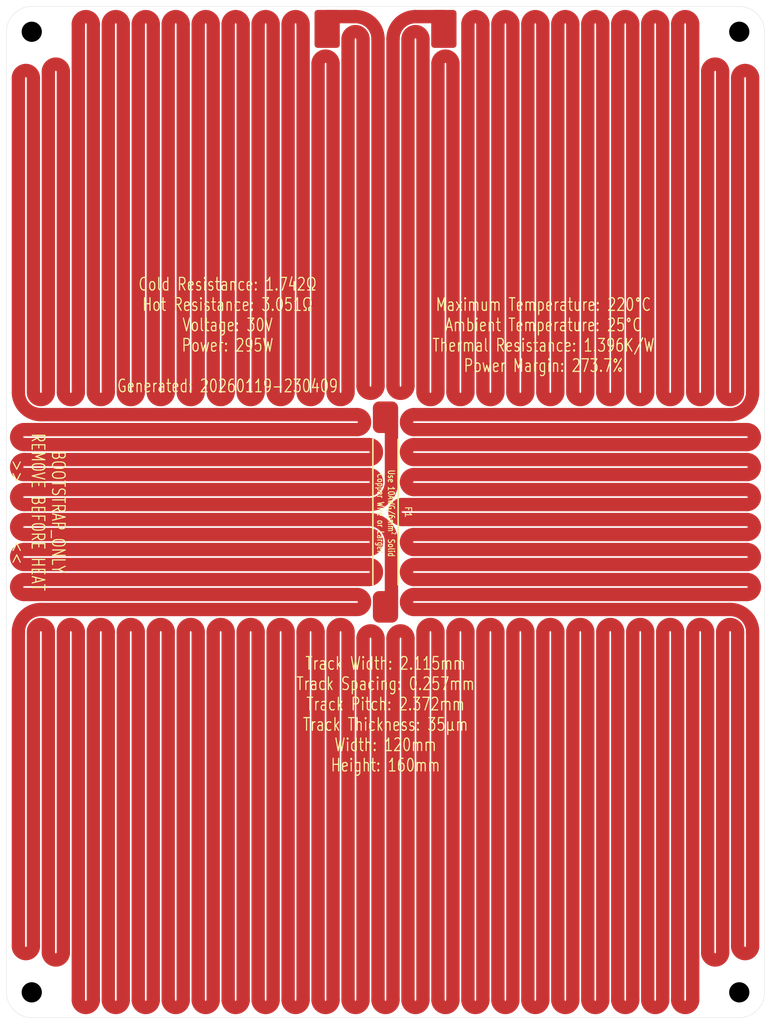
<source format=kicad_pcb>
(kicad_pcb (version 20241229) (generator "pcbnew") (generator_version "9.0")
  (layers (0 "F.Cu" signal) (2 "B.Cu" signal) (13 "F.Paste" user) (15 "B.Paste" user) (5 "F.SilkS" user "F.Silkscreen") (7 "B.SilkS" user "B.Silkscreen") (1 "F.Mask" user) (3 "B.Mask" user) (25 "Edge.Cuts" user))
  (net 0 "")
  (net 1 "Net-(J2-Pin_1)")
  (net 2 "Net-(J1-Pin_1)")
  (footprint "blg:MountingHole_3.2mm_M3_NoPad_TopLarge" (layer "F.Cu") (at 161 29)
    (property "Reference" "REF**" (hide yes))
    (property "Value" "MountingHole_3.2mm_M3_NoPad_TopLarge" (hide yes))
    (pad "" np_thru_hole circle (at 0 0) (size 7.6 7.6) (drill 3.2) (layers))
  )
  (footprint "blg:SMD_PowerConnection_4x6mm" (layer "F.Cu") (at 114.237499 28.55 -90)
    (property "Reference" "J2" (hide yes))
    (property "Value" "Hotplate_Power_Connection" (hide yes))
    (pad "1" smd roundrect (at 0 0 270) (size 6 4) (layers "F.Cu" "F.Mask" "F.Paste") (roundrect_rratio 0.125) (net 1 "Net-(J2-Pin_1)"))
  )
  (footprint "blg:MountingHole_3.2mm_M3_NoPad_TopLarge" (layer "F.Cu") (at 49 181)
    (property "Reference" "REF**" (hide yes))
    (property "Value" "MountingHole_3.2mm_M3_NoPad_TopLarge" (hide yes))
    (pad "" np_thru_hole circle (at 0 0) (size 7.6 7.6) (drill 3.2) (layers))
  )
  (footprint "blg:MountingHole_3.2mm_M3_NoPad_TopLarge" (layer "F.Cu") (at 161 181)
    (property "Reference" "REF**" (hide yes))
    (property "Value" "MountingHole_3.2mm_M3_NoPad_TopLarge" (hide yes))
    (pad "" np_thru_hole circle (at 0 0) (size 7.6 7.6) (drill 3.2) (layers))
  )
  (footprint "blg:SMD_PowerConnection_4x6mm" (layer "F.Cu") (at 95.7625 28.55 -90)
    (property "Reference" "J1" (hide yes))
    (property "Value" "Hotplate_Power_Connection" (hide yes))
    (pad "1" smd roundrect (at 0 0 270) (size 6 4) (layers "F.Cu" "F.Mask" "F.Paste") (roundrect_rratio 0.125) (net 2 "Net-(J1-Pin_1)"))
  )
  (footprint "blg:Thermal Fuse, SN100C, Front, 35mm" (layer "F.Cu") (at 105 105 -90)
    (property "Reference" "F1" (at 0 -3.6 270) (layer "F.SilkS"))
    (property "Value" "~")
    (fp_line (start -11.5 2) (end 11.5 2) (stroke (width 0.25)) (layer "F.SilkS"))
    (fp_line (start -11.5 -2) (end 11.5 -2) (stroke (width 0.25)) (layer "F.SilkS"))
    (fp_text user "Use 10AWG/6mm  Solid" (at 0.2 -0.9 270) (layer "F.SilkS") (effects (font (size 1 0.75))))
    (fp_text user "2" (at 3.35 -1.3 270) (layer "F.SilkS") (effects (font (size 0.6 0.4) (thickness 0.1))))
    (fp_text user "Copper Wire or Larger" (at 0.2 0.8 270) (layer "F.SilkS") (effects (font (size 1 0.75))))
    (pad "1" smd roundrect (at -15 0 270) (size 5 4) (layers "F.Cu" "F.Mask") (net 2 "Net-(J1-Pin_1)"))
    (pad "2" smd roundrect (at 15 0 270) (size 5 4) (layers "F.Cu" "F.Mask") (net 1 "Net-(J2-Pin_1)"))
  )
  (footprint "blg:MountingHole_3.2mm_M3_NoPad_TopLarge" (layer "F.Cu") (at 49 29)
    (property "Reference" "REF**" (hide yes))
    (property "Value" "MountingHole_3.2mm_M3_NoPad_TopLarge" (hide yes))
    (pad "" np_thru_hole circle (at 0 0) (size 7.6 7.6) (drill 3.2) (layers))
  )
  (gr_arc (start 45 29) (mid 46.171573 26.171573) (end 49 25) (stroke (width 0.05)) (layer "Edge.Cuts"))
  (gr_line (start 165 29) (end 165 181) (stroke (width 0.05)) (layer "Edge.Cuts"))
  (gr_arc (start 49 185) (mid 46.171573 183.828427) (end 45 181) (stroke (width 0.05)) (layer "Edge.Cuts"))
  (gr_line (start 49 185) (end 161 185) (stroke (width 0.05)) (layer "Edge.Cuts"))
  (gr_line (start 45 29) (end 45 181) (stroke (width 0.05)) (layer "Edge.Cuts"))
  (gr_arc (start 165 181) (mid 163.828427 183.828427) (end 161 185) (stroke (width 0.05)) (layer "Edge.Cuts"))
  (gr_arc (start 161 25) (mid 163.828427 26.171573) (end 165 29) (stroke (width 0.05)) (layer "Edge.Cuts"))
  (gr_line (start 49 25) (end 161 25) (stroke (width 0.05)) (layer "Edge.Cuts"))
  (gr_text "Track Width: 2.115mm\nTrack Spacing: 0.257mm\nTrack Pitch: 2.372mm\nTrack Thickness: 35µm\nWidth: 120mm\nHeight: 160mm" (at 105 137 0) (layer "F.SilkS") (effects (font (size 2 1.5) (thickness 0.1875))))
  (gr_text "Maximum Temperature: 220°C\nAmbient Temperature: 25°C\nThermal Resistance: 1.396K/W\nPower Margin: 273.7%" (at 130 77 0) (layer "F.SilkS") (effects (font (size 2 1.5) (thickness 0.1875))))
  (gr_text "BOOTSTRAP_ONLY\nREMOVE BEFORE HEAT\n>>        <<" (at 45.6 105 270) (layer "F.SilkS") (effects (font (size 2 1.5) (thickness 0.1875)) (justify bottom)))
  (gr_text "Cold Resistance: 1.742Ω\nHot Resistance: 3.051Ω\nVoltage: 30V\nPower: 295W\n\nGenerated: 20260119-230409" (at 80 77 0) (layer "F.SilkS") (effects (font (size 2 1.5) (thickness 0.1875))))
  (segment (start 110.93 123.975999) (end 110.93 182.2065) (width 2.115) (layer "F.Cu") (net 1))
  (segment (start 99.07 182.2065) (end 99.07 123.975999) (width 2.115) (layer "F.Cu") (net 1))
  (segment (start 137.022 182.2065) (end 137.022 123.975999) (width 2.115) (layer "F.Cu") (net 1))
  (segment (start 155.998 86.023999) (end 155.998 35.307497) (width 2.115) (layer "F.Cu") (net 1))
  (segment (start 77.722 123.975999) (end 77.722 182.2065) (width 2.115) (layer "F.Cu") (net 1))
  (segment (start 58.746 123.975999) (end 58.746 182.2065) (width 2.115) (layer "F.Cu") (net 1))
  (segment (start 68.234 123.975999) (end 68.234 182.2065) (width 2.115) (layer "F.Cu") (net 1))
  (segment (start 158.369999 35.307497) (end 158.369999 86.023999) (width 2.115) (layer "F.Cu") (net 1))
  (segment (start 72.978 123.975999) (end 72.978 182.2065) (width 2.115) (layer "F.Cu") (net 1))
  (segment (start 155.998 174.692502) (end 155.998 123.975999) (width 2.115) (layer "F.Cu") (net 1))
  (segment (start 106.186 30.165499) (end 106.186 85.023999) (width 2.115) (layer "F.Cu") (net 1))
  (segment (start 47.793499 115.673999) (end 102.384499 115.673999) (width 2.115) (layer "F.Cu") (net 1))
  (segment (start 70.606 182.2065) (end 70.606 123.975999) (width 2.115) (layer "F.Cu") (net 1))
  (segment (start 96.698 123.975999) (end 96.698 182.2065) (width 2.115) (layer "F.Cu") (net 1))
  (segment (start 132.278 182.2065) (end 132.278 123.975999) (width 2.115) (layer "F.Cu") (net 1))
  (segment (start 146.51 86.023999) (end 146.51 27.793499) (width 2.115) (layer "F.Cu") (net 1))
  (segment (start 113.302 86.023999) (end 113.302 34.043499) (width 2.115) (layer "F.Cu") (net 1))
  (segment (start 108.558 182.2065) (end 108.558 124.99018) (width 2.115) (layer "F.Cu") (net 1))
  (segment (start 91.954 123.975999) (end 91.954 182.2065) (width 2.115) (layer "F.Cu") (net 1))
  (segment (start 122.789999 182.2065) (end 122.789999 123.975999) (width 2.115) (layer "F.Cu") (net 1))
  (segment (start 115.673999 34.043499) (end 115.673999 86.023999) (width 2.115) (layer "F.Cu") (net 1))
  (segment (start 109.5005 110.93) (end 162.2065 110.93) (width 2.115) (layer "F.Cu") (net 1))
  (segment (start 118.045999 86.023999) (end 118.045999 27.793499) (width 2.115) (layer "F.Cu") (net 1))
  (segment (start 162.2065 94.326) (end 109.5005 94.326) (width 2.115) (layer "F.Cu") (net 1))
  (segment (start 87.21 123.975999) (end 87.21 182.2065) (width 2.115) (layer "F.Cu") (net 1))
  (segment (start 50.443999 120.417999) (end 100.506499 120.417999) (width 2.115) (layer "F.Cu") (net 1))
  (segment (start 106.186 124.99018) (end 106.186 182.2065) (width 2.115) (layer "F.Cu") (net 1))
  (segment (start 109.5005 115.673999) (end 162.2065 115.673999) (width 2.115) (layer "F.Cu") (net 1))
  (segment (start 144.137999 27.793499) (end 144.137999 86.023999) (width 2.115) (layer "F.Cu") (net 1))
  (segment (start 141.766 182.2065) (end 141.766 123.975999) (width 2.115) (layer "F.Cu") (net 1))
  (segment (start 101.442 124.99018) (end 101.442 182.2065) (width 2.115) (layer "F.Cu") (net 1))
  (segment (start 94.326 182.2065) (end 94.326 123.975999) (width 2.115) (layer "F.Cu") (net 1))
  (segment (start 160.742 86.023999) (end 160.742 36.313357) (width 2.115) (layer "F.Cu") (net 1))
  (segment (start 139.393999 27.793499) (end 139.393999 86.023999) (width 2.115) (layer "F.Cu") (net 1))
  (segment (start 141.766 86.023999) (end 141.766 27.793499) (width 2.115) (layer "F.Cu") (net 1))
  (segment (start 49.257999 123.975999) (end 49.257999 173.686642) (width 2.115) (layer "F.Cu") (net 1))
  (segment (start 146.51 182.2065) (end 146.51 123.975999) (width 2.115) (layer "F.Cu") (net 1))
  (segment (start 160.742 173.686642) (end 160.742 123.975999) (width 2.115) (layer "F.Cu") (net 1))
  (segment (start 82.466 123.975999) (end 82.466 182.2065) (width 2.115) (layer "F.Cu") (net 1))
  (segment (start 132.278 86.023999) (end 132.278 27.793499) (width 2.115) (layer "F.Cu") (net 1))
  (segment (start 110.93 30.165499) (end 110.93 86.023999) (width 2.115) (layer "F.Cu") (net 1))
  (segment (start 109.5005 120.417999) (end 159.555999 120.417999) (width 2.115) (layer "F.Cu") (net 1))
  (segment (start 151.254 182.2065) (end 151.254 123.975999) (width 2.115) (layer "F.Cu") (net 1))
  (segment (start 129.906 123.975999) (end 129.906 182.2065) (width 2.115) (layer "F.Cu") (net 1))
  (segment (start 61.118 182.2065) (end 61.118 123.975999) (width 2.115) (layer "F.Cu") (net 1))
  (segment (start 148.881999 123.975999) (end 148.881999 182.2065) (width 2.115) (layer "F.Cu") (net 1))
  (segment (start 109.5005 91.954) (end 162.2065 91.954) (width 2.115) (layer "F.Cu") (net 1))
  (segment (start 125.161999 123.975999) (end 125.161999 182.2065) (width 2.115) (layer "F.Cu") (net 1))
  (segment (start 118.045999 182.2065) (end 118.045999 123.975999) (width 2.115) (layer "F.Cu") (net 1))
  (segment (start 80.094 182.2065) (end 80.094 123.975999) (width 2.115) (layer "F.Cu") (net 1))
  (segment (start 114.237499 26.6075) (end 109.744 26.6075) (width 2.115) (layer "F.Cu") (net 1))
  (segment (start 159.555999 89.581999) (end 109.5005 89.582) (width 2.115) (layer "F.Cu") (net 1))
  (segment (start 162.2065 113.302) (end 109.5005 113.302) (width 2.115) (layer "F.Cu") (net 1))
  (segment (start 75.35 182.2065) (end 75.35 123.975999) (width 2.115) (layer "F.Cu") (net 1))
  (segment (start 127.533999 86.023999) (end 127.533999 27.793499) (width 2.115) (layer "F.Cu") (net 1))
  (segment (start 46.885999 173.686642) (end 46.885999 123.975999) (width 2.115) (layer "F.Cu") (net 1))
  (segment (start 47.793499 110.93) (end 102.384499 110.93) (width 2.115) (layer "F.Cu") (net 1))
  (segment (start 120.417999 123.975999) (end 120.417999 182.2065) (width 2.115) (layer "F.Cu") (net 1))
  (segment (start 127.533999 182.2065) (end 127.533999 123.975999) (width 2.115) (layer "F.Cu") (net 1))
  (segment (start 103.814 182.2065) (end 103.814 124.99018) (width 2.115) (layer "F.Cu") (net 1))
  (segment (start 153.625999 123.975999) (end 153.625999 182.2065) (width 2.115) (layer "F.Cu") (net 1))
  (segment (start 56.374 182.2065) (end 56.374 123.975999) (width 2.115) (layer "F.Cu") (net 1))
  (segment (start 51.629999 174.692502) (end 51.629999 123.975999) (width 2.115) (layer "F.Cu") (net 1))
  (segment (start 102.384499 113.302) (end 47.793499 113.302) (width 2.115) (layer "F.Cu") (net 1))
  (segment (start 148.881999 27.793499) (end 148.881999 86.023999) (width 2.115) (layer "F.Cu") (net 1))
  (segment (start 125.161999 27.793499) (end 125.161999 86.023999) (width 2.115) (layer "F.Cu") (net 1))
  (segment (start 153.625999 27.793499) (end 153.625999 86.023999) (width 2.115) (layer "F.Cu") (net 1))
  (segment (start 47.793499 106.186) (end 102.384499 106.186) (width 2.115) (layer "F.Cu") (net 1))
  (segment (start 134.65 123.975999) (end 134.65 182.2065) (width 2.115) (layer "F.Cu") (net 1))
  (segment (start 108.558 85.023999) (end 108.558 30.165499) (width 2.115) (layer "F.Cu") (net 1))
  (segment (start 151.254 86.023999) (end 151.254 27.793499) (width 2.115) (layer "F.Cu") (net 1))
  (segment (start 163.113999 36.313357) (end 163.113999 86.023999) (width 2.115) (layer "F.Cu") (net 1))
  (segment (start 105.9425 120) (end 105.9425 109.744) (width 2.115) (layer "F.Cu") (net 1))
  (segment (start 63.489999 123.975999) (end 63.489999 182.2065) (width 2.115) (layer "F.Cu") (net 1))
  (segment (start 122.789999 86.023999) (end 122.789999 27.793499) (width 2.115) (layer "F.Cu") (net 1))
  (segment (start 162.2065 108.558) (end 109.5005 108.558) (width 2.115) (layer "F.Cu") (net 1))
  (segment (start 120.417999 27.793499) (end 120.417999 86.023999) (width 2.115) (layer "F.Cu") (net 1))
  (segment (start 129.906 27.793499) (end 129.906 86.023999) (width 2.115) (layer "F.Cu") (net 1))
  (segment (start 54.001999 123.975999) (end 54.001999 174.692502) (width 2.115) (layer "F.Cu") (net 1))
  (segment (start 84.838 182.2065) (end 84.838 123.975999) (width 2.115) (layer "F.Cu") (net 1))
  (segment (start 139.393999 123.975999) (end 139.393999 182.2065) (width 2.115) (layer "F.Cu") (net 1))
  (segment (start 162.2065 99.07) (end 109.5005 99.07) (width 2.115) (layer "F.Cu") (net 1))
  (segment (start 158.369999 123.975999) (end 158.369999 174.692502) (width 2.115) (layer "F.Cu") (net 1))
  (segment (start 100.506499 118.045999) (end 47.793499 118.045999) (width 2.115) (layer "F.Cu") (net 1))
  (segment (start 162.2065 103.814) (end 107.688453 103.814) (width 2.115) (layer "F.Cu") (net 1))
  (segment (start 89.582 182.2065) (end 89.582 123.975999) (width 2.115) (layer "F.Cu") (net 1))
  (segment (start 109.5005 101.442) (end 162.2065 101.442) (width 2.115) (layer "F.Cu") (net 1))
  (segment (start 65.862 182.2065) (end 65.862 123.975999) (width 2.115) (layer "F.Cu") (net 1))
  (segment (start 102.384499 108.558) (end 47.793499 108.558) (width 2.115) (layer "F.Cu") (net 1))
  (segment (start 115.673999 123.975999) (end 115.673999 182.2065) (width 2.115) (layer "F.Cu") (net 1))
  (segment (start 107.688453 106.186) (end 162.2065 106.186) (width 2.115) (layer "F.Cu") (net 1))
  (segment (start 144.137999 123.975999) (end 144.137999 182.2065) (width 2.115) (layer "F.Cu") (net 1))
  (segment (start 162.2065 118.045999) (end 109.5005 118.045999) (width 2.115) (layer "F.Cu") (net 1))
  (segment (start 109.5005 96.698) (end 162.2065 96.698) (width 2.115) (layer "F.Cu") (net 1))
  (segment (start 113.302 182.2065) (end 113.302 123.975999) (width 2.115) (layer "F.Cu") (net 1))
  (segment (start 134.65 27.793499) (end 134.65 86.023999) (width 2.115) (layer "F.Cu") (net 1))
  (segment (start 137.022 86.023999) (end 137.022 27.793499) (width 2.115) (layer "F.Cu") (net 1))
  (segment (start 163.113999 123.975999) (end 163.113999 173.686642) (width 2.115) (layer "F.Cu") (net 1))
  (arc (start 113.302 123.975999) (mid 112.116 122.789999) (end 110.93 123.975999) (width 2.115) (layer "F.Cu") (net 1))
  (arc (start 106.186 182.2065) (mid 105 183.392499) (end 103.814 182.2065) (width 2.115) (layer "F.Cu") (net 1))
  (arc (start 47.793499 118.045999) (mid 46.607499 116.859999) (end 47.793499 115.673999) (width 2.115) (layer "F.Cu") (net 1))
  (arc (start 56.374 123.975999) (mid 55.188 122.789999) (end 54.001999 123.975999) (width 2.115) (layer "F.Cu") (net 1))
  (arc (start 94.326 123.975999) (mid 93.14 122.789999) (end 91.954 123.975999) (width 2.115) (layer "F.Cu") (net 1))
  (arc (start 102.384499 106.186) (mid 104.900385 107.228114) (end 105.9425 109.744) (width 2.115) (layer "F.Cu") (net 1))
  (arc (start 141.766 123.975999) (mid 140.579999 122.789999) (end 139.393999 123.975999) (width 2.115) (layer "F.Cu") (net 1))
  (arc (start 144.137999 86.023999) (mid 145.323999 87.21) (end 146.51 86.023999) (width 2.115) (layer "F.Cu") (net 1))
  (arc (start 155.998 35.307497) (mid 157.184 34.121497) (end 158.369999 35.307497) (width 2.115) (layer "F.Cu") (net 1))
  (arc (start 109.5005 118.045999) (mid 108.3145 119.231999) (end 109.5005 120.417999) (width 2.115) (layer "F.Cu") (net 1))
  (arc (start 106.186 85.023999) (mid 107.372 86.21) (end 108.558 85.023999) (width 2.115) (layer "F.Cu") (net 1))
  (arc (start 132.278 123.975999) (mid 131.091999 122.789999) (end 129.906 123.975999) (width 2.115) (layer "F.Cu") (net 1))
  (arc (start 107.688453 103.814) (mid 106.502453 105) (end 107.688453 106.186) (width 2.115) (layer "F.Cu") (net 1))
  (arc (start 118.045999 27.793499) (mid 119.231999 26.6075) (end 120.417999 27.793499) (width 2.115) (layer "F.Cu") (net 1))
  (arc (start 144.137999 182.2065) (mid 142.952 183.392499) (end 141.766 182.2065) (width 2.115) (layer "F.Cu") (net 1))
  (arc (start 106.186 30.165499) (mid 107.228114 27.649614) (end 109.744 26.6075) (width 2.115) (layer "F.Cu") (net 1))
  (arc (start 115.673999 86.023999) (mid 116.859999 87.21) (end 118.045999 86.023999) (width 2.115) (layer "F.Cu") (net 1))
  (arc (start 47.793499 113.302) (mid 46.607499 112.116) (end 47.793499 110.93) (width 2.115) (layer "F.Cu") (net 1))
  (arc (start 87.21 182.2065) (mid 86.023999 183.392499) (end 84.838 182.2065) (width 2.115) (layer "F.Cu") (net 1))
  (arc (start 77.722 182.2065) (mid 76.535999 183.392499) (end 75.35 182.2065) (width 2.115) (layer "F.Cu") (net 1))
  (arc (start 139.393999 182.2065) (mid 138.208 183.392499) (end 137.022 182.2065) (width 2.115) (layer "F.Cu") (net 1))
  (arc (start 110.93 86.023999) (mid 112.116 87.21) (end 113.302 86.023999) (width 2.115) (layer "F.Cu") (net 1))
  (arc (start 110.93 182.2065) (mid 109.744 183.392499) (end 108.558 182.2065) (width 2.115) (layer "F.Cu") (net 1))
  (arc (start 146.51 123.975999) (mid 145.323999 122.789999) (end 144.137999 123.975999) (width 2.115) (layer "F.Cu") (net 1))
  (arc (start 155.998 123.975999) (mid 154.812 122.789999) (end 153.625999 123.975999) (width 2.115) (layer "F.Cu") (net 1))
  (arc (start 54.001999 174.692502) (mid 52.815999 175.878502) (end 51.629999 174.692502) (width 2.115) (layer "F.Cu") (net 1))
  (arc (start 49.257999 173.686642) (mid 48.071999 174.872642) (end 46.885999 173.686642) (width 2.115) (layer "F.Cu") (net 1))
  (arc (start 99.07 123.975999) (mid 97.884 122.789999) (end 96.698 123.975999) (width 2.115) (layer "F.Cu") (net 1))
  (arc (start 129.906 182.2065) (mid 128.72 183.392499) (end 127.533999 182.2065) (width 2.115) (layer "F.Cu") (net 1))
  (arc (start 84.838 123.975999) (mid 83.651999 122.789999) (end 82.466 123.975999) (width 2.115) (layer "F.Cu") (net 1))
  (arc (start 127.533999 27.793499) (mid 128.72 26.6075) (end 129.906 27.793499) (width 2.115) (layer "F.Cu") (net 1))
  (arc (start 72.978 182.2065) (mid 71.792 183.392499) (end 70.606 182.2065) (width 2.115) (layer "F.Cu") (net 1))
  (arc (start 109.5005 89.582) (mid 108.3145 90.768) (end 109.5005 91.954) (width 2.115) (layer "F.Cu") (net 1))
  (arc (start 100.506499 120.417999) (mid 101.6925 119.231999) (end 100.506499 118.045999) (width 2.115) (layer "F.Cu") (net 1))
  (arc (start 162.2065 96.698) (mid 163.392499 97.884) (end 162.2065 99.07) (width 2.115) (layer "F.Cu") (net 1))
  (arc (start 153.625999 86.023999) (mid 154.812 87.21) (end 155.998 86.023999) (width 2.115) (layer "F.Cu") (net 1))
  (arc (start 103.814 124.99018) (mid 102.628 123.80418) (end 101.442 124.99018) (width 2.115) (layer "F.Cu") (net 1))
  (arc (start 162.2065 106.186) (mid 163.392499 107.372) (end 162.2065 108.558) (width 2.115) (layer "F.Cu") (net 1))
  (arc (start 137.022 123.975999) (mid 135.835999 122.789999) (end 134.65 123.975999) (width 2.115) (layer "F.Cu") (net 1))
  (arc (start 127.533999 123.975999) (mid 126.347999 122.789999) (end 125.161999 123.975999) (width 2.115) (layer "F.Cu") (net 1))
  (arc (start 162.2065 91.954) (mid 163.392499 93.14) (end 162.2065 94.326) (width 2.115) (layer "F.Cu") (net 1))
  (arc (start 122.789999 27.793499) (mid 123.975999 26.6075) (end 125.161999 27.793499) (width 2.115) (layer "F.Cu") (net 1))
  (arc (start 139.393999 86.023999) (mid 140.579999 87.21) (end 141.766 86.023999) (width 2.115) (layer "F.Cu") (net 1))
  (arc (start 160.742 36.313357) (mid 161.928 35.127357) (end 163.113999 36.313357) (width 2.115) (layer "F.Cu") (net 1))
  (arc (start 134.65 86.023999) (mid 135.835999 87.21) (end 137.022 86.023999) (width 2.115) (layer "F.Cu") (net 1))
  (arc (start 158.369999 86.023999) (mid 159.556 87.21) (end 160.742 86.023999) (width 2.115) (layer "F.Cu") (net 1))
  (arc (start 146.51 27.793499) (mid 147.696 26.6075) (end 148.881999 27.793499) (width 2.115) (layer "F.Cu") (net 1))
  (arc (start 125.161999 182.2065) (mid 123.975999 183.392499) (end 122.789999 182.2065) (width 2.115) (layer "F.Cu") (net 1))
  (arc (start 148.881999 86.023999) (mid 150.068 87.21) (end 151.254 86.023999) (width 2.115) (layer "F.Cu") (net 1))
  (arc (start 65.862 123.975999) (mid 64.676 122.789999) (end 63.489999 123.975999) (width 2.115) (layer "F.Cu") (net 1))
  (arc (start 134.65 182.2065) (mid 133.464 183.392499) (end 132.278 182.2065) (width 2.115) (layer "F.Cu") (net 1))
  (arc (start 109.5005 99.07) (mid 108.3145 100.256) (end 109.5005 101.442) (width 2.115) (layer "F.Cu") (net 1))
  (arc (start 109.5005 108.558) (mid 108.3145 109.744) (end 109.5005 110.93) (width 2.115) (layer "F.Cu") (net 1))
  (arc (start 61.118 123.975999) (mid 59.932 122.789999) (end 58.746 123.975999) (width 2.115) (layer "F.Cu") (net 1))
  (arc (start 102.384499 115.673999) (mid 103.5705 114.488) (end 102.384499 113.302) (width 2.115) (layer "F.Cu") (net 1))
  (arc (start 91.954 182.2065) (mid 90.768 183.392499) (end 89.582 182.2065) (width 2.115) (layer "F.Cu") (net 1))
  (arc (start 159.555999 120.417999) (mid 162.071885 121.460114) (end 163.113999 123.975999) (width 2.115) (layer "F.Cu") (net 1))
  (arc (start 80.094 123.975999) (mid 78.907999 122.789999) (end 77.722 123.975999) (width 2.115) (layer "F.Cu") (net 1))
  (arc (start 101.442 182.2065) (mid 100.256 183.392499) (end 99.07 182.2065) (width 2.115) (layer "F.Cu") (net 1))
  (arc (start 163.113999 173.686642) (mid 161.928 174.872642) (end 160.742 173.686642) (width 2.115) (layer "F.Cu") (net 1))
  (arc (start 108.558 124.99018) (mid 107.372 123.80418) (end 106.186 124.99018) (width 2.115) (layer "F.Cu") (net 1))
  (arc (start 122.789999 123.975999) (mid 121.603999 122.789999) (end 120.417999 123.975999) (width 2.115) (layer "F.Cu") (net 1))
  (arc (start 109.5005 94.326) (mid 108.3145 95.512) (end 109.5005 96.698) (width 2.115) (layer "F.Cu") (net 1))
  (arc (start 47.793499 108.558) (mid 46.607499 107.372) (end 47.793499 106.186) (width 2.115) (layer "F.Cu") (net 1))
  (arc (start 163.113999 86.023999) (mid 162.071885 88.539885) (end 159.555999 89.581999) (width 2.115) (layer "F.Cu") (net 1))
  (arc (start 120.417999 182.2065) (mid 119.231999 183.392499) (end 118.045999 182.2065) (width 2.115) (layer "F.Cu") (net 1))
  (arc (start 113.302 34.043499) (mid 114.488 32.857499) (end 115.673999 34.043499) (width 2.115) (layer "F.Cu") (net 1))
  (arc (start 160.742 123.975999) (mid 159.556 122.789999) (end 158.369999 123.975999) (width 2.115) (layer "F.Cu") (net 1))
  (arc (start 51.629999 123.975999) (mid 50.443999 122.789999) (end 49.257999 123.975999) (width 2.115) (layer "F.Cu") (net 1))
  (arc (start 148.881999 182.2065) (mid 147.696 183.392499) (end 146.51 182.2065) (width 2.115) (layer "F.Cu") (net 1))
  (arc (start 89.582 123.975999) (mid 88.396 122.789999) (end 87.21 123.975999) (width 2.115) (layer "F.Cu") (net 1))
  (arc (start 102.384499 110.93) (mid 103.5705 109.744) (end 102.384499 108.558) (width 2.115) (layer "F.Cu") (net 1))
  (arc (start 153.625999 182.2065) (mid 152.44 183.392499) (end 151.254 182.2065) (width 2.115) (layer "F.Cu") (net 1))
  (arc (start 132.278 27.793499) (mid 133.464 26.6075) (end 134.65 27.793499) (width 2.115) (layer "F.Cu") (net 1))
  (arc (start 137.022 27.793499) (mid 138.208 26.6075) (end 139.393999 27.793499) (width 2.115) (layer "F.Cu") (net 1))
  (arc (start 109.5005 113.302) (mid 108.3145 114.488) (end 109.5005 115.673999) (width 2.115) (layer "F.Cu") (net 1))
  (arc (start 115.673999 182.2065) (mid 114.488 183.392499) (end 113.302 182.2065) (width 2.115) (layer "F.Cu") (net 1))
  (arc (start 162.2065 115.673999) (mid 163.392499 116.859999) (end 162.2065 118.045999) (width 2.115) (layer "F.Cu") (net 1))
  (arc (start 68.234 182.2065) (mid 67.048 183.392499) (end 65.862 182.2065) (width 2.115) (layer "F.Cu") (net 1))
  (arc (start 108.558 30.165499) (mid 109.744 28.979499) (end 110.93 30.165499) (width 2.115) (layer "F.Cu") (net 1))
  (arc (start 82.466 182.2065) (mid 81.279999 183.392499) (end 80.094 182.2065) (width 2.115) (layer "F.Cu") (net 1))
  (arc (start 125.161999 86.023999) (mid 126.347999 87.21) (end 127.533999 86.023999) (width 2.115) (layer "F.Cu") (net 1))
  (arc (start 151.254 123.975999) (mid 150.068 122.789999) (end 148.881999 123.975999) (width 2.115) (layer "F.Cu") (net 1))
  (arc (start 151.254 27.793499) (mid 152.44 26.6075) (end 153.625999 27.793499) (width 2.115) (layer "F.Cu") (net 1))
  (arc (start 96.698 182.2065) (mid 95.512 183.392499) (end 94.326 182.2065) (width 2.115) (layer "F.Cu") (net 1))
  (arc (start 118.045999 123.975999) (mid 116.859999 122.789999) (end 115.673999 123.975999) (width 2.115) (layer "F.Cu") (net 1))
  (arc (start 63.489999 182.2065) (mid 62.303999 183.392499) (end 61.118 182.2065) (width 2.115) (layer "F.Cu") (net 1))
  (arc (start 162.2065 101.442) (mid 163.392499 102.628) (end 162.2065 103.814) (width 2.115) (layer "F.Cu") (net 1))
  (arc (start 141.766 27.793499) (mid 142.952 26.6075) (end 144.137999 27.793499) (width 2.115) (layer "F.Cu") (net 1))
  (arc (start 129.906 86.023999) (mid 131.091999 87.21) (end 132.278 86.023999) (width 2.115) (layer "F.Cu") (net 1))
  (arc (start 75.35 123.975999) (mid 74.163999 122.789999) (end 72.978 123.975999) (width 2.115) (layer "F.Cu") (net 1))
  (arc (start 46.885999 123.975999) (mid 47.928114 121.460114) (end 50.443999 120.417999) (width 2.115) (layer "F.Cu") (net 1))
  (arc (start 120.417999 86.023999) (mid 121.603999 87.21) (end 122.789999 86.023999) (width 2.115) (layer "F.Cu") (net 1))
  (arc (start 158.369999 174.692502) (mid 157.184 175.878502) (end 155.998 174.692502) (width 2.115) (layer "F.Cu") (net 1))
  (arc (start 162.2065 110.93) (mid 163.392499 112.116) (end 162.2065 113.302) (width 2.115) (layer "F.Cu") (net 1))
  (arc (start 70.606 123.975999) (mid 69.42 122.789999) (end 68.234 123.975999) (width 2.115) (layer "F.Cu") (net 1))
  (arc (start 58.746 182.2065) (mid 57.56 183.392499) (end 56.374 182.2065) (width 2.115) (layer "F.Cu") (net 1))
  (segment (start 103.814 30.165499) (end 103.814 85.023999) (width 2.115) (layer "F.Cu") (net 2))
  (segment (start 46.885999 36.313357) (end 46.885999 86.023999) (width 2.115) (layer "F.Cu") (net 2))
  (segment (start 77.722 86.023999) (end 77.722 27.793499) (width 2.115) (layer "F.Cu") (net 2))
  (segment (start 68.234 86.023999) (end 68.234 27.793499) (width 2.115) (layer "F.Cu") (net 2))
  (segment (start 102.384499 101.442) (end 47.793499 101.442) (width 2.115) (layer "F.Cu") (net 2))
  (segment (start 56.374 27.793499) (end 56.374 86.023999) (width 2.115) (layer "F.Cu") (net 2))
  (segment (start 95.7625 26.6075) (end 100.256 26.6075) (width 2.115) (layer "F.Cu") (net 2))
  (segment (start 58.746 86.023999) (end 58.746 27.793499) (width 2.115) (layer "F.Cu") (net 2))
  (segment (start 82.466 86.023999) (end 82.466 27.793499) (width 2.115) (layer "F.Cu") (net 2))
  (segment (start 105.9425 90) (end 105.9425 100.255999) (width 2.115) (layer "F.Cu") (net 2))
  (segment (start 94.326 34.043499) (end 94.326 86.023999) (width 2.115) (layer "F.Cu") (net 2))
  (segment (start 80.094 27.793499) (end 80.094 86.023999) (width 2.115) (layer "F.Cu") (net 2))
  (segment (start 61.118 27.793499) (end 61.118 86.023999) (width 2.115) (layer "F.Cu") (net 2))
  (segment (start 65.862 27.793499) (end 65.862 86.023999) (width 2.115) (layer "F.Cu") (net 2))
  (segment (start 70.606 27.793499) (end 70.606 86.023999) (width 2.115) (layer "F.Cu") (net 2))
  (segment (start 51.629999 35.307497) (end 51.629999 86.023999) (width 2.115) (layer "F.Cu") (net 2))
  (segment (start 96.698 86.023999) (end 96.698 34.043499) (width 2.115) (layer "F.Cu") (net 2))
  (segment (start 50.443999 89.582) (end 100.506499 89.582) (width 2.115) (layer "F.Cu") (net 2))
  (segment (start 87.21 86.023999) (end 87.21 27.793499) (width 2.115) (layer "F.Cu") (net 2))
  (segment (start 89.582 27.793499) (end 89.582 86.023999) (width 2.115) (layer "F.Cu") (net 2))
  (segment (start 47.793499 94.326) (end 102.384499 94.326) (width 2.115) (layer "F.Cu") (net 2))
  (segment (start 49.257999 86.023999) (end 49.257999 36.313357) (width 2.115) (layer "F.Cu") (net 2))
  (segment (start 47.793499 103.814) (end 102.384499 103.814) (width 2.115) (layer "F.Cu") (net 2))
  (segment (start 47.793499 99.07) (end 102.384499 99.07) (width 2.115) (layer "F.Cu") (net 2))
  (segment (start 63.489999 86.023999) (end 63.489999 27.793499) (width 2.115) (layer "F.Cu") (net 2))
  (segment (start 91.954 86.023999) (end 91.954 27.793499) (width 2.115) (layer "F.Cu") (net 2))
  (segment (start 99.07 30.165499) (end 99.07 86.023999) (width 2.115) (layer "F.Cu") (net 2))
  (segment (start 101.442 85.023999) (end 101.442 30.165499) (width 2.115) (layer "F.Cu") (net 2))
  (segment (start 102.384499 96.698) (end 47.793499 96.698) (width 2.115) (layer "F.Cu") (net 2))
  (segment (start 75.35 27.793499) (end 75.35 86.023999) (width 2.115) (layer "F.Cu") (net 2))
  (segment (start 100.506499 91.954) (end 47.793499 91.954) (width 2.115) (layer "F.Cu") (net 2))
  (segment (start 54.001999 86.023999) (end 54.001999 35.307497) (width 2.115) (layer "F.Cu") (net 2))
  (segment (start 84.838 27.793499) (end 84.838 86.023999) (width 2.115) (layer "F.Cu") (net 2))
  (segment (start 72.978 86.023999) (end 72.978 27.793499) (width 2.115) (layer "F.Cu") (net 2))
  (arc (start 87.21 27.793499) (mid 86.023999 26.6075) (end 84.838 27.793499) (width 2.115) (layer "F.Cu") (net 2))
  (arc (start 63.489999 27.793499) (mid 62.303999 26.6075) (end 61.118 27.793499) (width 2.115) (layer "F.Cu") (net 2))
  (arc (start 70.606 86.023999) (mid 69.42 87.21) (end 68.234 86.023999) (width 2.115) (layer "F.Cu") (net 2))
  (arc (start 101.442 30.165499) (mid 100.256 28.979499) (end 99.07 30.165499) (width 2.115) (layer "F.Cu") (net 2))
  (arc (start 75.35 86.023999) (mid 74.163999 87.21) (end 72.978 86.023999) (width 2.115) (layer "F.Cu") (net 2))
  (arc (start 99.07 86.023999) (mid 97.884 87.21) (end 96.698 86.023999) (width 2.115) (layer "F.Cu") (net 2))
  (arc (start 50.443999 89.582) (mid 47.928114 88.539885) (end 46.885999 86.023999) (width 2.115) (layer "F.Cu") (net 2))
  (arc (start 105.9425 100.255999) (mid 104.900385 102.771885) (end 102.384499 103.814) (width 2.115) (layer "F.Cu") (net 2))
  (arc (start 103.814 85.023999) (mid 102.628 86.21) (end 101.442 85.023999) (width 2.115) (layer "F.Cu") (net 2))
  (arc (start 84.838 86.023999) (mid 83.651999 87.21) (end 82.466 86.023999) (width 2.115) (layer "F.Cu") (net 2))
  (arc (start 100.256 26.6075) (mid 102.771885 27.649614) (end 103.814 30.165499) (width 2.115) (layer "F.Cu") (net 2))
  (arc (start 102.384499 99.07) (mid 103.5705 100.256) (end 102.384499 101.442) (width 2.115) (layer "F.Cu") (net 2))
  (arc (start 58.746 27.793499) (mid 57.56 26.6075) (end 56.374 27.793499) (width 2.115) (layer "F.Cu") (net 2))
  (arc (start 89.582 86.023999) (mid 88.396 87.21) (end 87.21 86.023999) (width 2.115) (layer "F.Cu") (net 2))
  (arc (start 77.722 27.793499) (mid 76.535999 26.6075) (end 75.35 27.793499) (width 2.115) (layer "F.Cu") (net 2))
  (arc (start 54.001999 35.307497) (mid 52.815999 34.121497) (end 51.629999 35.307497) (width 2.115) (layer "F.Cu") (net 2))
  (arc (start 72.978 27.793499) (mid 71.792 26.6075) (end 70.606 27.793499) (width 2.115) (layer "F.Cu") (net 2))
  (arc (start 80.094 86.023999) (mid 78.907999 87.21) (end 77.722 86.023999) (width 2.115) (layer "F.Cu") (net 2))
  (arc (start 47.793499 96.698) (mid 46.607499 97.884) (end 47.793499 99.07) (width 2.115) (layer "F.Cu") (net 2))
  (arc (start 56.374 86.023999) (mid 55.188 87.21) (end 54.001999 86.023999) (width 2.115) (layer "F.Cu") (net 2))
  (arc (start 51.629999 86.023999) (mid 50.443999 87.21) (end 49.257999 86.023999) (width 2.115) (layer "F.Cu") (net 2))
  (arc (start 100.506499 89.582) (mid 101.6925 90.768) (end 100.506499 91.954) (width 2.115) (layer "F.Cu") (net 2))
  (arc (start 94.326 86.023999) (mid 93.14 87.21) (end 91.954 86.023999) (width 2.115) (layer "F.Cu") (net 2))
  (arc (start 91.954 27.793499) (mid 90.768 26.6075) (end 89.582 27.793499) (width 2.115) (layer "F.Cu") (net 2))
  (arc (start 49.257999 36.313357) (mid 48.071999 35.127357) (end 46.885999 36.313357) (width 2.115) (layer "F.Cu") (net 2))
  (arc (start 47.793499 101.442) (mid 46.607499 102.628) (end 47.793499 103.814) (width 2.115) (layer "F.Cu") (net 2))
  (arc (start 96.698 34.043499) (mid 95.512 32.857499) (end 94.326 34.043499) (width 2.115) (layer "F.Cu") (net 2))
  (arc (start 82.466 27.793499) (mid 81.279999 26.6075) (end 80.094 27.793499) (width 2.115) (layer "F.Cu") (net 2))
  (arc (start 68.234 27.793499) (mid 67.048 26.6075) (end 65.862 27.793499) (width 2.115) (layer "F.Cu") (net 2))
  (arc (start 102.384499 94.326) (mid 103.5705 95.512) (end 102.384499 96.698) (width 2.115) (layer "F.Cu") (net 2))
  (arc (start 61.118 86.023999) (mid 59.932 87.21) (end 58.746 86.023999) (width 2.115) (layer "F.Cu") (net 2))
  (arc (start 65.862 86.023999) (mid 64.676 87.21) (end 63.489999 86.023999) (width 2.115) (layer "F.Cu") (net 2))
  (arc (start 47.793499 91.954) (mid 46.607499 93.14) (end 47.793499 94.326) (width 2.115) (layer "F.Cu") (net 2))
)
</source>
